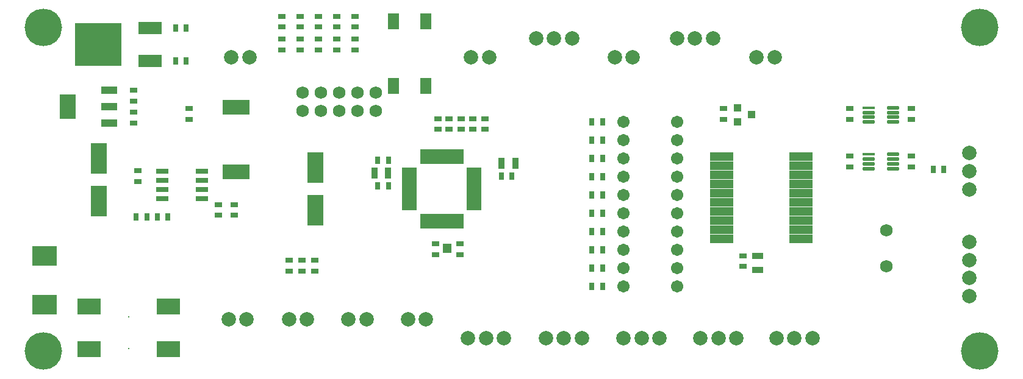
<source format=gts>
G04*
G04 #@! TF.GenerationSoftware,Altium Limited,CircuitStudio,1.5.2 (30)*
G04*
G04 Layer_Color=20142*
%FSLAX25Y25*%
%MOIN*%
G70*
G01*
G75*
%ADD46R,0.04343X0.03162*%
%ADD47R,0.03556X0.05918*%
%ADD48R,0.03162X0.04343*%
%ADD49R,0.08674X0.16548*%
%ADD50R,0.04737X0.02769*%
%ADD51R,0.12611X0.08674*%
%ADD52R,0.04343X0.03950*%
%ADD53R,0.06312X0.09068*%
%ADD54R,0.08425X0.01929*%
%ADD55R,0.01929X0.08425*%
%ADD56R,0.09016X0.13347*%
%ADD57R,0.09016X0.04291*%
%ADD58R,0.14973X0.07887*%
%ADD59R,0.06784X0.03162*%
%ADD60R,0.13792X0.10642*%
G04:AMPARAMS|DCode=61|XSize=69.02mil|YSize=17.84mil|CornerRadius=6.46mil|HoleSize=0mil|Usage=FLASHONLY|Rotation=180.000|XOffset=0mil|YOffset=0mil|HoleType=Round|Shape=RoundedRectangle|*
%AMROUNDEDRECTD61*
21,1,0.06902,0.00492,0,0,180.0*
21,1,0.05610,0.01784,0,0,180.0*
1,1,0.01292,-0.02805,0.00246*
1,1,0.01292,0.02805,0.00246*
1,1,0.01292,0.02805,-0.00246*
1,1,0.01292,-0.02805,-0.00246*
%
%ADD61ROUNDEDRECTD61*%
%ADD62R,0.06902X0.01784*%
%ADD63R,0.05918X0.03556*%
%ADD64R,0.12611X0.04737*%
%ADD65R,0.25210X0.23635*%
%ADD66R,0.12611X0.07099*%
%ADD67C,0.06800*%
%ADD68C,0.06706*%
%ADD69C,0.00800*%
%ADD70C,0.07887*%
%ADD71C,0.20485*%
D46*
X1208500Y405953D02*
D03*
Y400047D02*
D03*
X1515000Y488953D02*
D03*
Y483047D02*
D03*
Y462953D02*
D03*
Y457047D02*
D03*
X1309000Y483453D02*
D03*
Y477547D02*
D03*
X1288500Y414953D02*
D03*
Y409047D02*
D03*
X1290000Y477547D02*
D03*
Y483453D02*
D03*
X1296000Y477547D02*
D03*
Y483453D02*
D03*
X1126000Y449047D02*
D03*
Y454953D02*
D03*
X1170000Y436453D02*
D03*
Y430547D02*
D03*
X1123500Y481047D02*
D03*
Y486953D02*
D03*
Y498953D02*
D03*
Y493047D02*
D03*
X1215500Y405953D02*
D03*
Y400047D02*
D03*
X1222500Y405953D02*
D03*
Y400047D02*
D03*
X1446000Y483047D02*
D03*
Y488953D02*
D03*
X1315500Y483453D02*
D03*
Y477547D02*
D03*
X1302500Y483453D02*
D03*
Y477547D02*
D03*
X1302000Y409047D02*
D03*
Y414953D02*
D03*
X1178500Y436453D02*
D03*
Y430547D02*
D03*
X1548500Y462953D02*
D03*
Y457047D02*
D03*
Y488953D02*
D03*
Y483047D02*
D03*
X1456500Y408453D02*
D03*
Y402547D02*
D03*
X1204500Y526953D02*
D03*
Y521047D02*
D03*
X1214500Y526953D02*
D03*
Y521047D02*
D03*
X1234500Y526953D02*
D03*
Y521047D02*
D03*
X1244500Y526953D02*
D03*
Y521047D02*
D03*
X1204500Y539453D02*
D03*
Y533547D02*
D03*
X1214500Y539453D02*
D03*
Y533547D02*
D03*
X1224500Y526953D02*
D03*
Y521047D02*
D03*
Y539453D02*
D03*
Y533547D02*
D03*
X1234500Y539453D02*
D03*
Y533547D02*
D03*
X1244500Y539453D02*
D03*
Y533547D02*
D03*
X1154000Y488953D02*
D03*
Y483047D02*
D03*
D47*
X1332240Y459000D02*
D03*
X1324760D02*
D03*
X1255260Y453500D02*
D03*
X1262740D02*
D03*
D48*
X1324547Y452000D02*
D03*
X1330453D02*
D03*
X1262953Y446500D02*
D03*
X1257047D02*
D03*
X1262953Y460500D02*
D03*
X1257047D02*
D03*
X1146547Y515000D02*
D03*
X1152453D02*
D03*
X1146547Y533000D02*
D03*
X1152453D02*
D03*
X1379953Y481500D02*
D03*
X1374047D02*
D03*
X1379953Y471500D02*
D03*
X1374047D02*
D03*
X1379953Y461500D02*
D03*
X1374047D02*
D03*
X1379953Y451500D02*
D03*
X1374047D02*
D03*
X1379953Y441500D02*
D03*
X1374047D02*
D03*
X1379953Y431500D02*
D03*
X1374047D02*
D03*
X1379953Y421500D02*
D03*
X1374047D02*
D03*
X1379953Y411500D02*
D03*
X1374047D02*
D03*
X1379953Y401500D02*
D03*
X1374047D02*
D03*
X1379953Y391500D02*
D03*
X1374047D02*
D03*
X1136547Y429500D02*
D03*
X1142453D02*
D03*
X1125047D02*
D03*
X1130953D02*
D03*
X1560547Y455500D02*
D03*
X1566453D02*
D03*
D49*
X1104500Y438189D02*
D03*
Y461811D02*
D03*
X1223000Y456811D02*
D03*
Y433189D02*
D03*
D50*
X1295000Y411319D02*
D03*
Y413681D02*
D03*
D51*
X1142653Y380807D02*
D03*
Y357185D02*
D03*
X1099347Y380807D02*
D03*
Y357185D02*
D03*
D52*
X1461437Y485500D02*
D03*
X1453563Y489240D02*
D03*
Y481760D02*
D03*
D53*
X1265642Y501284D02*
D03*
Y536717D02*
D03*
X1283358Y501284D02*
D03*
Y536717D02*
D03*
D54*
X1274284Y455827D02*
D03*
Y453858D02*
D03*
Y451890D02*
D03*
Y449921D02*
D03*
Y447953D02*
D03*
Y445984D02*
D03*
Y444016D02*
D03*
Y442047D02*
D03*
Y440079D02*
D03*
Y438110D02*
D03*
Y436142D02*
D03*
Y434173D02*
D03*
X1309717Y455827D02*
D03*
Y453858D02*
D03*
Y451890D02*
D03*
Y449921D02*
D03*
Y447953D02*
D03*
Y445984D02*
D03*
Y444016D02*
D03*
Y442047D02*
D03*
Y440079D02*
D03*
Y438110D02*
D03*
Y436142D02*
D03*
Y434173D02*
D03*
D55*
X1302827Y427283D02*
D03*
X1300858D02*
D03*
X1298890D02*
D03*
X1296921D02*
D03*
X1294953D02*
D03*
X1292984D02*
D03*
X1291016D02*
D03*
X1289047D02*
D03*
X1287079D02*
D03*
X1285110D02*
D03*
X1283142D02*
D03*
X1281173D02*
D03*
Y462716D02*
D03*
X1283142D02*
D03*
X1285110D02*
D03*
X1287079D02*
D03*
X1289047D02*
D03*
X1291016D02*
D03*
X1292984D02*
D03*
X1294953D02*
D03*
X1296921D02*
D03*
X1298890D02*
D03*
X1300858D02*
D03*
X1302827D02*
D03*
D56*
X1087583Y490000D02*
D03*
D57*
X1110417Y499055D02*
D03*
Y490000D02*
D03*
Y480945D02*
D03*
D58*
X1179500Y489716D02*
D03*
Y454284D02*
D03*
D59*
X1160866Y439500D02*
D03*
Y444500D02*
D03*
Y449500D02*
D03*
Y454500D02*
D03*
X1139134Y439500D02*
D03*
Y444500D02*
D03*
Y449500D02*
D03*
Y454500D02*
D03*
D60*
X1075000Y408386D02*
D03*
Y381614D02*
D03*
D61*
X1538693Y456161D02*
D03*
Y458720D02*
D03*
Y461279D02*
D03*
Y463839D02*
D03*
X1525307Y456161D02*
D03*
Y458720D02*
D03*
Y461279D02*
D03*
X1538693Y481661D02*
D03*
Y484221D02*
D03*
Y486779D02*
D03*
Y489339D02*
D03*
X1525307Y481661D02*
D03*
Y484221D02*
D03*
Y486779D02*
D03*
D62*
Y463839D02*
D03*
Y489339D02*
D03*
D63*
X1464500Y400760D02*
D03*
Y408240D02*
D03*
D64*
X1488153Y417500D02*
D03*
Y422500D02*
D03*
Y427500D02*
D03*
Y432500D02*
D03*
Y437500D02*
D03*
X1444847Y442500D02*
D03*
Y447500D02*
D03*
Y452500D02*
D03*
Y457500D02*
D03*
Y462500D02*
D03*
X1488153D02*
D03*
Y457500D02*
D03*
Y452500D02*
D03*
Y447500D02*
D03*
Y442500D02*
D03*
X1444847Y437500D02*
D03*
Y432500D02*
D03*
Y427500D02*
D03*
Y422500D02*
D03*
Y417500D02*
D03*
D65*
X1104232Y524000D02*
D03*
D66*
X1132500Y532996D02*
D03*
Y515004D02*
D03*
D67*
X1535000Y422342D02*
D03*
Y402658D02*
D03*
X1216000Y487500D02*
D03*
Y497500D02*
D03*
X1226000Y487500D02*
D03*
Y497500D02*
D03*
X1236000Y487500D02*
D03*
Y497500D02*
D03*
X1246000Y487500D02*
D03*
Y497500D02*
D03*
X1256000Y487500D02*
D03*
Y497500D02*
D03*
D68*
X1391236Y481500D02*
D03*
Y471500D02*
D03*
Y461500D02*
D03*
Y451500D02*
D03*
Y441500D02*
D03*
Y431500D02*
D03*
Y421500D02*
D03*
Y411500D02*
D03*
Y401500D02*
D03*
Y391500D02*
D03*
X1420764D02*
D03*
Y401500D02*
D03*
Y411500D02*
D03*
Y421500D02*
D03*
Y431500D02*
D03*
Y441500D02*
D03*
Y451500D02*
D03*
Y461500D02*
D03*
Y471500D02*
D03*
Y481500D02*
D03*
D69*
X1121000Y374902D02*
D03*
Y357579D02*
D03*
D70*
X1306315Y363221D02*
D03*
X1316158D02*
D03*
X1326000D02*
D03*
X1348815D02*
D03*
X1358657D02*
D03*
X1368500D02*
D03*
X1391315D02*
D03*
X1401157D02*
D03*
X1411000D02*
D03*
X1433315D02*
D03*
X1443157D02*
D03*
X1453000D02*
D03*
X1474815D02*
D03*
X1484657D02*
D03*
X1494500D02*
D03*
X1218421Y373508D02*
D03*
X1208579D02*
D03*
X1250921D02*
D03*
X1241079D02*
D03*
X1283421D02*
D03*
X1273579D02*
D03*
X1185421D02*
D03*
X1175579D02*
D03*
X1440185Y527280D02*
D03*
X1430342D02*
D03*
X1420500D02*
D03*
X1363185D02*
D03*
X1353343D02*
D03*
X1343500D02*
D03*
X1580280Y416000D02*
D03*
Y406157D02*
D03*
Y396315D02*
D03*
Y386472D02*
D03*
Y444815D02*
D03*
Y454658D02*
D03*
Y464500D02*
D03*
X1177079Y516992D02*
D03*
X1186921D02*
D03*
X1386579D02*
D03*
X1396421D02*
D03*
X1308079D02*
D03*
X1317921D02*
D03*
X1464079D02*
D03*
X1473921D02*
D03*
D71*
X1074185Y356185D02*
D03*
Y533350D02*
D03*
X1585996Y356185D02*
D03*
Y533350D02*
D03*
M02*

</source>
